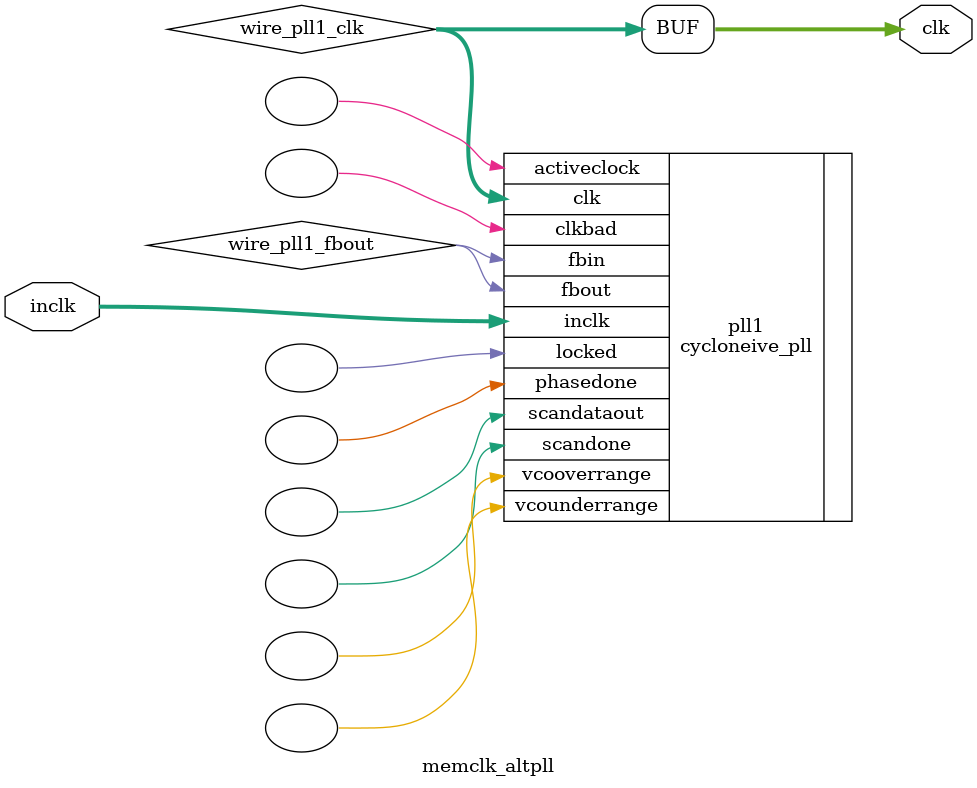
<source format=v>






//synthesis_resources = cycloneive_pll 1 
//synopsys translate_off
`timescale 1 ps / 1 ps
//synopsys translate_on
module  memclk_altpll
	( 
	clk,
	inclk) /* synthesis synthesis_clearbox=1 */;
	output   [4:0]  clk;
	input   [1:0]  inclk;
`ifndef ALTERA_RESERVED_QIS
// synopsys translate_off
`endif
	tri0   [1:0]  inclk;
`ifndef ALTERA_RESERVED_QIS
// synopsys translate_on
`endif

	wire  [4:0]   wire_pll1_clk;
	wire  wire_pll1_fbout;

	cycloneive_pll   pll1
	( 
	.activeclock(),
	.clk(wire_pll1_clk),
	.clkbad(),
	.fbin(wire_pll1_fbout),
	.fbout(wire_pll1_fbout),
	.inclk(inclk),
	.locked(),
	.phasedone(),
	.scandataout(),
	.scandone(),
	.vcooverrange(),
	.vcounderrange()
	`ifndef FORMAL_VERIFICATION
	// synopsys translate_off
	`endif
	,
	.areset(1'b0),
	.clkswitch(1'b0),
	.configupdate(1'b0),
	.pfdena(1'b1),
	.phasecounterselect({3{1'b0}}),
	.phasestep(1'b0),
	.phaseupdown(1'b0),
	.scanclk(1'b0),
	.scanclkena(1'b1),
	.scandata(1'b0)
	`ifndef FORMAL_VERIFICATION
	// synopsys translate_on
	`endif
	);
	defparam
		pll1.bandwidth_type = "auto",
		pll1.clk0_divide_by = 50,
		pll1.clk0_duty_cycle = 50,
		pll1.clk0_multiply_by = 273,
		pll1.clk0_phase_shift = "0",
		pll1.compensate_clock = "clk0",
		pll1.inclk0_input_frequency = 20000,
		pll1.operation_mode = "normal",
		pll1.pll_type = "auto",
		pll1.lpm_type = "cycloneive_pll";
	assign
		clk = {wire_pll1_clk[4:0]};
endmodule //memclk_altpll
//VALID FILE

</source>
